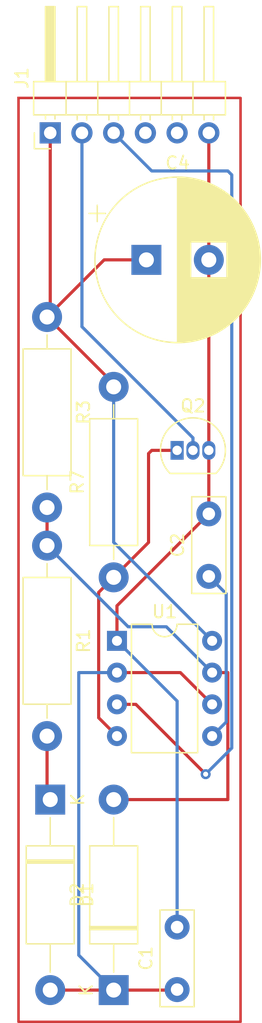
<source format=kicad_pcb>
(kicad_pcb (version 20221018) (generator pcbnew)
  (layers (0 "F.Cu" signal) (31 "B.Cu" signal) (34 "B.Paste" user) (35 "F.Paste" user) (36 "B.SilkS" user "B.Silkscreen") (37 "F.SilkS" user "F.Silkscreen") (38 "B.Mask" user) (39 "F.Mask" user) (44 "Edge.Cuts" user))
  (net 0 "")
  (footprint "Resistor_THT:R_Axial_DIN0411_L9.9mm_D3.6mm_P15.24mm_Horizontal" (layer "F.Cu") (at 48.006 66.802 90)
    (fp_text reference "R7" (at 7.62 -2.92 90) (layer "F.SilkS"))
    (fp_text value "10k")
    (fp_line (start 1.44 0) (end 2.55 0) (stroke (width 0.12)) (layer "F.SilkS"))
    (fp_line (start 2.55 -1.92) (end 2.55 1.92) (stroke (width 0.12)) (layer "F.SilkS"))
    (fp_line (start 2.55 1.92) (end 12.69 1.92) (stroke (width 0.12)) (layer "F.SilkS"))
    (fp_line (start 12.69 -1.92) (end 2.55 -1.92) (stroke (width 0.12)) (layer "F.SilkS"))
    (fp_line (start 12.69 1.92) (end 12.69 -1.92) (stroke (width 0.12)) (layer "F.SilkS"))
    (fp_line (start 13.8 0) (end 12.69 0) (stroke (width 0.12)) (layer "F.SilkS"))
    (pad "1" thru_hole circle (at 0 0 90) (size 2.4 2.4) (drill 1.2) (layers "*.Cu" "*.Mask"))
    (pad "2" thru_hole oval (at 15.24 0 90) (size 2.4 2.4) (drill 1.2) (layers "*.Cu" "*.Mask"))
  )
  (footprint "Package_DIP:DIP-8_W7.62mm" (layer "F.Cu") (at 48.27 71.882)
    (fp_text reference "U1" (at 3.81 -2.33) (layer "F.SilkS"))
    (fp_text value "NE555P")
    (fp_line (start 1.16 -1.33) (end 1.16 8.95) (stroke (width 0.12)) (layer "F.SilkS"))
    (fp_line (start 1.16 8.95) (end 6.46 8.95) (stroke (width 0.12)) (layer "F.SilkS"))
    (fp_line (start 2.81 -1.33) (end 1.16 -1.33) (stroke (width 0.12)) (layer "F.SilkS"))
    (fp_line (start 6.46 -1.33) (end 4.81 -1.33) (stroke (width 0.12)) (layer "F.SilkS"))
    (fp_line (start 6.46 8.95) (end 6.46 -1.33) (stroke (width 0.12)) (layer "F.SilkS"))
    (fp_arc (start 4.81 -1.33) (mid 3.81 -0.33) (end 2.81 -1.33) (stroke (width 0.12)) (layer "F.SilkS"))
    (pad "1" thru_hole rect (at 0 0) (size 1.6 1.6) (drill 0.8) (layers "*.Cu" "*.Mask"))
    (pad "2" thru_hole oval (at 0 2.54) (size 1.6 1.6) (drill 0.8) (layers "*.Cu" "*.Mask"))
    (pad "3" thru_hole oval (at 0 5.08) (size 1.6 1.6) (drill 0.8) (layers "*.Cu" "*.Mask"))
    (pad "4" thru_hole oval (at 0 7.62) (size 1.6 1.6) (drill 0.8) (layers "*.Cu" "*.Mask"))
    (pad "5" thru_hole oval (at 7.62 7.62) (size 1.6 1.6) (drill 0.8) (layers "*.Cu" "*.Mask"))
    (pad "6" thru_hole oval (at 7.62 5.08) (size 1.6 1.6) (drill 0.8) (layers "*.Cu" "*.Mask"))
    (pad "7" thru_hole oval (at 7.62 2.54) (size 1.6 1.6) (drill 0.8) (layers "*.Cu" "*.Mask"))
    (pad "8" thru_hole oval (at 7.62 0) (size 1.6 1.6) (drill 0.8) (layers "*.Cu" "*.Mask"))
  )
  (footprint "Capacitor_THT:C_Disc_D7.5mm_W2.5mm_P5.00mm" (layer "F.Cu") (at 53.086 99.782 90)
    (fp_text reference "C1" (at 2.5 -2.5 90) (layer "F.SilkS"))
    (fp_text value "10n")
    (fp_line (start -1.37 -1.37) (end -1.37 1.37) (stroke (width 0.12)) (layer "F.SilkS"))
    (fp_line (start -1.37 -1.37) (end 6.37 -1.37) (stroke (width 0.12)) (layer "F.SilkS"))
    (fp_line (start -1.37 1.37) (end 6.37 1.37) (stroke (width 0.12)) (layer "F.SilkS"))
    (fp_line (start 6.37 -1.37) (end 6.37 1.37) (stroke (width 0.12)) (layer "F.SilkS"))
    (pad "1" thru_hole circle (at 0 0 90) (size 2 2) (drill 1) (layers "*.Cu" "*.Mask"))
    (pad "2" thru_hole circle (at 5 0 90) (size 2 2) (drill 1) (layers "*.Cu" "*.Mask"))
  )
  (footprint "Diode_THT:D_DO-15_P15.24mm_Horizontal" (layer "F.Cu") (at 48.006 99.822 90)
    (fp_text reference "D2" (at 7.62 -2.92 90) (layer "F.SilkS"))
    (fp_text value "1N4148")
    (fp_text user "K" (at 0 -2.2 90) (layer "F.SilkS"))
    (fp_line (start 1.44 0) (end 3.7 0) (stroke (width 0.12)) (layer "F.SilkS"))
    (fp_line (start 3.7 -1.92) (end 3.7 1.92) (stroke (width 0.12)) (layer "F.SilkS"))
    (fp_line (start 3.7 1.92) (end 11.54 1.92) (stroke (width 0.12)) (layer "F.SilkS"))
    (fp_line (start 4.84 -1.92) (end 4.84 1.92) (stroke (width 0.12)) (layer "F.SilkS"))
    (fp_line (start 4.96 -1.92) (end 4.96 1.92) (stroke (width 0.12)) (layer "F.SilkS"))
    (fp_line (start 5.08 -1.92) (end 5.08 1.92) (stroke (width 0.12)) (layer "F.SilkS"))
    (fp_line (start 11.54 -1.92) (end 3.7 -1.92) (stroke (width 0.12)) (layer "F.SilkS"))
    (fp_line (start 11.54 1.92) (end 11.54 -1.92) (stroke (width 0.12)) (layer "F.SilkS"))
    (fp_line (start 13.8 0) (end 11.54 0) (stroke (width 0.12)) (layer "F.SilkS"))
    (pad "1" thru_hole rect (at 0 0 90) (size 2.4 2.4) (drill 1.2) (layers "*.Cu" "*.Mask"))
    (pad "2" thru_hole oval (at 15.24 0 90) (size 2.4 2.4) (drill 1.2) (layers "*.Cu" "*.Mask"))
  )
  (footprint "Capacitor_THT:C_Disc_D7.5mm_W2.5mm_P5.00mm" (layer "F.Cu") (at 55.626 66.722 90)
    (fp_text reference "C2" (at 2.5 -2.5 90) (layer "F.SilkS"))
    (fp_text value "10n")
    (fp_line (start -1.37 -1.37) (end -1.37 1.37) (stroke (width 0.12)) (layer "F.SilkS"))
    (fp_line (start -1.37 -1.37) (end 6.37 -1.37) (stroke (width 0.12)) (layer "F.SilkS"))
    (fp_line (start -1.37 1.37) (end 6.37 1.37) (stroke (width 0.12)) (layer "F.SilkS"))
    (fp_line (start 6.37 -1.37) (end 6.37 1.37) (stroke (width 0.12)) (layer "F.SilkS"))
    (pad "1" thru_hole circle (at 0 0 90) (size 2 2) (drill 1) (layers "*.Cu" "*.Mask"))
    (pad "2" thru_hole circle (at 5 0 90) (size 2 2) (drill 1) (layers "*.Cu" "*.Mask"))
  )
  (footprint "Capacitor_THT:CP_Radial_D13.0mm_P5.00mm" (layer "F.Cu") (at 50.626 41.402)
    (fp_text reference "C4" (at 2.5 -7.75) (layer "F.SilkS"))
    (fp_text value "47u")
    (fp_line (start -4.584569 -3.715) (end -3.284569 -3.715) (stroke (width 0.12)) (layer "F.SilkS"))
    (fp_line (start -3.934569 -4.365) (end -3.934569 -3.065) (stroke (width 0.12)) (layer "F.SilkS"))
    (fp_line (start 2.5 -6.58) (end 2.5 6.58) (stroke (width 0.12)) (layer "F.SilkS"))
    (fp_line (start 2.54 -6.58) (end 2.54 6.58) (stroke (width 0.12)) (layer "F.SilkS"))
    (fp_line (start 2.58 -6.58) (end 2.58 6.58) (stroke (width 0.12)) (layer "F.SilkS"))
    (fp_line (start 2.62 -6.579) (end 2.62 6.579) (stroke (width 0.12)) (layer "F.SilkS"))
    (fp_line (start 2.66 -6.579) (end 2.66 6.579) (stroke (width 0.12)) (layer "F.SilkS"))
    (fp_line (start 2.7 -6.577) (end 2.7 6.577) (stroke (width 0.12)) (layer "F.SilkS"))
    (fp_line (start 2.74 -6.576) (end 2.74 6.576) (stroke (width 0.12)) (layer "F.SilkS"))
    (fp_line (start 2.78 -6.575) (end 2.78 6.575) (stroke (width 0.12)) (layer "F.SilkS"))
    (fp_line (start 2.82 -6.573) (end 2.82 6.573) (stroke (width 0.12)) (layer "F.SilkS"))
    (fp_line (start 2.86 -6.571) (end 2.86 6.571) (stroke (width 0.12)) (layer "F.SilkS"))
    (fp_line (start 2.9 -6.568) (end 2.9 6.568) (stroke (width 0.12)) (layer "F.SilkS"))
    (fp_line (start 2.94 -6.566) (end 2.94 6.566) (stroke (width 0.12)) (layer "F.SilkS"))
    (fp_line (start 2.98 -6.563) (end 2.98 6.563) (stroke (width 0.12)) (layer "F.SilkS"))
    (fp_line (start 3.02 -6.56) (end 3.02 6.56) (stroke (width 0.12)) (layer "F.SilkS"))
    (fp_line (start 3.06 -6.557) (end 3.06 6.557) (stroke (width 0.12)) (layer "F.SilkS"))
    (fp_line (start 3.1 -6.553) (end 3.1 6.553) (stroke (width 0.12)) (layer "F.SilkS"))
    (fp_line (start 3.14 -6.549) (end 3.14 6.549) (stroke (width 0.12)) (layer "F.SilkS"))
    (fp_line (start 3.18 -6.545) (end 3.18 6.545) (stroke (width 0.12)) (layer "F.SilkS"))
    (fp_line (start 3.221 -6.541) (end 3.221 6.541) (stroke (width 0.12)) (layer "F.SilkS"))
    (fp_line (start 3.261 -6.537) (end 3.261 6.537) (stroke (width 0.12)) (layer "F.SilkS"))
    (fp_line (start 3.301 -6.532) (end 3.301 6.532) (stroke (width 0.12)) (layer "F.SilkS"))
    (fp_line (start 3.341 -6.527) (end 3.341 6.527) (stroke (width 0.12)) (layer "F.SilkS"))
    (fp_line (start 3.381 -6.522) (end 3.381 6.522) (stroke (width 0.12)) (layer "F.SilkS"))
    (fp_line (start 3.421 -6.516) (end 3.421 6.516) (stroke (width 0.12)) (layer "F.SilkS"))
    (fp_line (start 3.461 -6.511) (end 3.461 6.511) (stroke (width 0.12)) (layer "F.SilkS"))
    (fp_line (start 3.501 -6.505) (end 3.501 6.505) (stroke (width 0.12)) (layer "F.SilkS"))
    (fp_line (start 3.541 -6.498) (end 3.541 6.498) (stroke (width 0.12)) (layer "F.SilkS"))
    (fp_line (start 3.581 -6.492) (end 3.581 -1.44) (stroke (width 0.12)) (layer "F.SilkS"))
    (fp_line (start 3.581 1.44) (end 3.581 6.492) (stroke (width 0.12)) (layer "F.SilkS"))
    (fp_line (start 3.621 -6.485) (end 3.621 -1.44) (stroke (width 0.12)) (layer "F.SilkS"))
    (fp_line (start 3.621 1.44) (end 3.621 6.485) (stroke (width 0.12)) (layer "F.SilkS"))
    (fp_line (start 3.661 -6.478) (end 3.661 -1.44) (stroke (width 0.12)) (layer "F.SilkS"))
    (fp_line (start 3.661 1.44) (end 3.661 6.478) (stroke (width 0.12)) (layer "F.SilkS"))
    (fp_line (start 3.701 -6.471) (end 3.701 -1.44) (stroke (width 0.12)) (layer "F.SilkS"))
    (fp_line (start 3.701 1.44) (end 3.701 6.471) (stroke (width 0.12)) (layer "F.SilkS"))
    (fp_line (start 3.741 -6.463) (end 3.741 -1.44) (stroke (width 0.12)) (layer "F.SilkS"))
    (fp_line (start 3.741 1.44) (end 3.741 6.463) (stroke (width 0.12)) (layer "F.SilkS"))
    (fp_line (start 3.781 -6.456) (end 3.781 -1.44) (stroke (width 0.12)) (layer "F.SilkS"))
    (fp_line (start 3.781 1.44) (end 3.781 6.456) (stroke (width 0.12)) (layer "F.SilkS"))
    (fp_line (start 3.821 -6.448) (end 3.821 -1.44) (stroke (width 0.12)) (layer "F.SilkS"))
    (fp_line (start 3.821 1.44) (end 3.821 6.448) (stroke (width 0.12)) (layer "F.SilkS"))
    (fp_line (start 3.861 -6.439) (end 3.861 -1.44) (stroke (width 0.12)) (layer "F.SilkS"))
    (fp_line (start 3.861 1.44) (end 3.861 6.439) (stroke (width 0.12)) (layer "F.SilkS"))
    (fp_line (start 3.901 -6.431) (end 3.901 -1.44) (stroke (width 0.12)) (layer "F.SilkS"))
    (fp_line (start 3.901 1.44) (end 3.901 6.431) (stroke (width 0.12)) (layer "F.SilkS"))
    (fp_line (start 3.941 -6.422) (end 3.941 -1.44) (stroke (width 0.12)) (layer "F.SilkS"))
    (fp_line (start 3.941 1.44) (end 3.941 6.422) (stroke (width 0.12)) (layer "F.SilkS"))
    (fp_line (start 3.981 -6.413) (end 3.981 -1.44) (stroke (width 0.12)) (layer "F.SilkS"))
    (fp_line (start 3.981 1.44) (end 3.981 6.413) (stroke (width 0.12)) (layer "F.SilkS"))
    (fp_line (start 4.021 -6.404) (end 4.021 -1.44) (stroke (width 0.12)) (layer "F.SilkS"))
    (fp_line (start 4.021 1.44) (end 4.021 6.404) (stroke (width 0.12)) (layer "F.SilkS"))
    (fp_line (start 4.061 -6.394) (end 4.061 -1.44) (stroke (width 0.12)) (layer "F.SilkS"))
    (fp_line (start 4.061 1.44) (end 4.061 6.394) (stroke (width 0.12)) (layer "F.SilkS"))
    (fp_line (start 4.101 -6.384) (end 4.101 -1.44) (stroke (width 0.12)) (layer "F.SilkS"))
    (fp_line (start 4.101 1.44) (end 4.101 6.384) (stroke (width 0.12)) (layer "F.SilkS"))
    (fp_line (start 4.141 -6.374) (end 4.141 -1.44) (stroke (width 0.12)) (layer "F.SilkS"))
    (fp_line (start 4.141 1.44) (end 4.141 6.374) (stroke (width 0.12)) (layer "F.SilkS"))
    (fp_line (start 4.181 -6.364) (end 4.181 -1.44) (stroke (width 0.12)) (layer "F.SilkS"))
    (fp_line (start 4.181 1.44) (end 4.181 6.364) (stroke (width 0.12)) (layer "F.SilkS"))
    (fp_line (start 4.221 -6.353) (end 4.221 -1.44) (stroke (width 0.12)) (layer "F.SilkS"))
    (fp_line (start 4.221 1.44) (end 4.221 6.353) (stroke (width 0.12)) (layer "F.SilkS"))
    (fp_line (start 4.261 -6.342) (end 4.261 -1.44) (stroke (width 0.12)) (layer "F.SilkS"))
    (fp_line (start 4.261 1.44) (end 4.261 6.342) (stroke (width 0.12)) (layer "F.SilkS"))
    (fp_line (start 4.301 -6.331) (end 4.301 -1.44) (stroke (width 0.12)) (layer "F.SilkS"))
    (fp_line (start 4.301 1.44) (end 4.301 6.331) (stroke (width 0.12)) (layer "F.SilkS"))
    (fp_line (start 4.341 -6.32) (end 4.341 -1.44) (stroke (width 0.12)) (layer "F.SilkS"))
    (fp_line (start 4.341 1.44) (end 4.341 6.32) (stroke (width 0.12)) (layer "F.SilkS"))
    (fp_line (start 4.381 -6.308) (end 4.381 -1.44) (stroke (width 0.12)) (layer "F.SilkS"))
    (fp_line (start 4.381 1.44) (end 4.381 6.308) (stroke (width 0.12)) (layer "F.SilkS"))
    (fp_line (start 4.421 -6.296) (end 4.421 -1.44) (stroke (width 0.12)) (layer "F.SilkS"))
    (fp_line (start 4.421 1.44) (end 4.421 6.296) (stroke (width 0.12)) (layer "F.SilkS"))
    (fp_line (start 4.461 -6.284) (end 4.461 -1.44) (stroke (width 0.12)) (layer "F.SilkS"))
    (fp_line (start 4.461 1.44) (end 4.461 6.284) (stroke (width 0.12)) (layer "F.SilkS"))
    (fp_line (start 4.501 -6.271) (end 4.501 -1.44) (stroke (width 0.12)) (layer "F.SilkS"))
    (fp_line (start 4.501 1.44) (end 4.501 6.271) (stroke (width 0.12)) (layer "F.SilkS"))
    (fp_line (start 4.541 -6.258) (end 4.541 -1.44) (stroke (width 0.12)) (layer "F.SilkS"))
    (fp_line (start 4.541 1.44) (end 4.541 6.258) (stroke (width 0.12)) (layer "F.SilkS"))
    (fp_line (start 4.581 -6.245) (end 4.581 -1.44) (stroke (width 0.12)) (layer "F.SilkS"))
    (fp_line (start 4.581 1.44) (end 4.581 6.245) (stroke (width 0.12)) (layer "F.SilkS"))
    (fp_line (start 4.621 -6.232) (end 4.621 -1.44) (stroke (width 0.12)) (layer "F.SilkS"))
    (fp_line (start 4.621 1.44) (end 4.621 6.232) (stroke (width 0.12)) (layer "F.SilkS"))
    (fp_line (start 4.661 -6.218) (end 4.661 -1.44) (stroke (width 0.12)) (layer "F.SilkS"))
    (fp_line (start 4.661 1.44) (end 4.661 6.218) (stroke (width 0.12)) (layer "F.SilkS"))
    (fp_line (start 4.701 -6.204) (end 4.701 -1.44) (stroke (width 0.12)) (layer "F.SilkS"))
    (fp_line (start 4.701 1.44) (end 4.701 6.204) (stroke (width 0.12)) (layer "F.SilkS"))
    (fp_line (start 4.741 -6.19) (end 4.741 -1.44) (stroke (width 0.12)) (layer "F.SilkS"))
    (fp_line (start 4.741 1.44) (end 4.741 6.19) (stroke (width 0.12)) (layer "F.SilkS"))
    (fp_line (start 4.781 -6.175) (end 4.781 -1.44) (stroke (width 0.12)) (layer "F.SilkS"))
    (fp_line (start 4.781 1.44) (end 4.781 6.175) (stroke (width 0.12)) (layer "F.SilkS"))
    (fp_line (start 4.821 -6.161) (end 4.821 -1.44) (stroke (width 0.12)) (layer "F.SilkS"))
    (fp_line (start 4.821 1.44) (end 4.821 6.161) (stroke (width 0.12)) (layer "F.SilkS"))
    (fp_line (start 4.861 -6.146) (end 4.861 -1.44) (stroke (width 0.12)) (layer "F.SilkS"))
    (fp_line (start 4.861 1.44) (end 4.861 6.146) (stroke (width 0.12)) (layer "F.SilkS"))
    (fp_line (start 4.901 -6.13) (end 4.901 -1.44) (stroke (width 0.12)) (layer "F.SilkS"))
    (fp_line (start 4.901 1.44) (end 4.901 6.13) (stroke (width 0.12)) (layer "F.SilkS"))
    (fp_line (start 4.941 -6.114) (end 4.941 -1.44) (stroke (width 0.12)) (layer "F.SilkS"))
    (fp_line (start 4.941 1.44) (end 4.941 6.114) (stroke (width 0.12)) (layer "F.SilkS"))
    (fp_line (start 4.981 -6.098) (end 4.981 -1.44) (stroke (width 0.12)) (layer "F.SilkS"))
    (fp_line (start 4.981 1.44) (end 4.981 6.098) (stroke (width 0.12)) (layer "F.SilkS"))
    (fp_line (start 5.021 -6.082) (end 5.021 -1.44) (stroke (width 0.12)) (layer "F.SilkS"))
    (fp_line (start 5.021 1.44) (end 5.021 6.082) (stroke (width 0.12)) (layer "F.SilkS"))
    (fp_line (start 5.061 -6.065) (end 5.061 -1.44) (stroke (width 0.12)) (layer "F.SilkS"))
    (fp_line (start 5.061 1.44) (end 5.061 6.065) (stroke (width 0.12)) (layer "F.SilkS"))
    (fp_line (start 5.101 -6.049) (end 5.101 -1.44) (stroke (width 0.12)) (layer "F.SilkS"))
    (fp_line (start 5.101 1.44) (end 5.101 6.049) (stroke (width 0.12)) (layer "F.SilkS"))
    (fp_line (start 5.141 -6.031) (end 5.141 -1.44) (stroke (width 0.12)) (layer "F.SilkS"))
    (fp_line (start 5.141 1.44) (end 5.141 6.031) (stroke (width 0.12)) (layer "F.SilkS"))
    (fp_line (start 5.181 -6.014) (end 5.181 -1.44) (stroke (width 0.12)) (layer "F.SilkS"))
    (fp_line (start 5.181 1.44) (end 5.181 6.014) (stroke (width 0.12)) (layer "F.SilkS"))
    (fp_line (start 5.221 -5.996) (end 5.221 -1.44) (stroke (width 0.12)) (layer "F.SilkS"))
    (fp_line (start 5.221 1.44) (end 5.221 5.996) (stroke (width 0.12)) (layer "F.SilkS"))
    (fp_line (start 5.261 -5.978) (end 5.261 -1.44) (stroke (width 0.12)) (layer "F.SilkS"))
    (fp_line (start 5.261 1.44) (end 5.261 5.978) (stroke (width 0.12)) (layer "F.SilkS"))
    (fp_line (start 5.301 -5.959) (end 5.301 -1.44) (stroke (width 0.12)) (layer "F.SilkS"))
    (fp_line (start 5.301 1.44) (end 5.301 5.959) (stroke (width 0.12)) (layer "F.SilkS"))
    (fp_line (start 5.341 -5.94) (end 5.341 -1.44) (stroke (width 0.12)) (layer "F.SilkS"))
    (fp_line (start 5.341 1.44) (end 5.341 5.94) (stroke (width 0.12)) (layer "F.SilkS"))
    (fp_line (start 5.381 -5.921) (end 5.381 -1.44) (stroke (width 0.12)) (layer "F.SilkS"))
    (fp_line (start 5.381 1.44) (end 5.381 5.921) (stroke (width 0.12)) (layer "F.SilkS"))
    (fp_line (start 5.421 -5.902) (end 5.421 -1.44) (stroke (width 0.12)) (layer "F.SilkS"))
    (fp_line (start 5.421 1.44) (end 5.421 5.902) (stroke (width 0.12)) (layer "F.SilkS"))
    (fp_line (start 5.461 -5.882) (end 5.461 -1.44) (stroke (width 0.12)) (layer "F.SilkS"))
    (fp_line (start 5.461 1.44) (end 5.461 5.882) (stroke (width 0.12)) (layer "F.SilkS"))
    (fp_line (start 5.501 -5.862) (end 5.501 -1.44) (stroke (width 0.12)) (layer "F.SilkS"))
    (fp_line (start 5.501 1.44) (end 5.501 5.862) (stroke (width 0.12)) (layer "F.SilkS"))
    (fp_line (start 5.541 -5.841) (end 5.541 -1.44) (stroke (width 0.12)) (layer "F.SilkS"))
    (fp_line (start 5.541 1.44) (end 5.541 5.841) (stroke (width 0.12)) (layer "F.SilkS"))
    (fp_line (start 5.581 -5.82) (end 5.581 -1.44) (stroke (width 0.12)) (layer "F.SilkS"))
    (fp_line (start 5.581 1.44) (end 5.581 5.82) (stroke (width 0.12)) (layer "F.SilkS"))
    (fp_line (start 5.621 -5.799) (end 5.621 -1.44) (stroke (width 0.12)) (layer "F.SilkS"))
    (fp_line (start 5.621 1.44) (end 5.621 5.799) (stroke (width 0.12)) (layer "F.SilkS"))
    (fp_line (start 5.661 -5.778) (end 5.661 -1.44) (stroke (width 0.12)) (layer "F.SilkS"))
    (fp_line (start 5.661 1.44) (end 5.661 5.778) (stroke (width 0.12)) (layer "F.SilkS"))
    (fp_line (start 5.701 -5.756) (end 5.701 -1.44) (stroke (width 0.12)) (layer "F.SilkS"))
    (fp_line (start 5.701 1.44) (end 5.701 5.756) (stroke (width 0.12)) (layer "F.SilkS"))
    (fp_line (start 5.741 -5.733) (end 5.741 -1.44) (stroke (width 0.12)) (layer "F.SilkS"))
    (fp_line (start 5.741 1.44) (end 5.741 5.733) (stroke (width 0.12)) (layer "F.SilkS"))
    (fp_line (start 5.781 -5.711) (end 5.781 -1.44) (stroke (width 0.12)) (layer "F.SilkS"))
    (fp_line (start 5.781 1.44) (end 5.781 5.711) (stroke (width 0.12)) (layer "F.SilkS"))
    (fp_line (start 5.821 -5.688) (end 5.821 -1.44) (stroke (width 0.12)) (layer "F.SilkS"))
    (fp_line (start 5.821 1.44) (end 5.821 5.688) (stroke (width 0.12)) (layer "F.SilkS"))
    (fp_line (start 5.861 -5.664) (end 5.861 -1.44) (stroke (width 0.12)) (layer "F.SilkS"))
    (fp_line (start 5.861 1.44) (end 5.861 5.664) (stroke (width 0.12)) (layer "F.SilkS"))
    (fp_line (start 5.901 -5.641) (end 5.901 -1.44) (stroke (width 0.12)) (layer "F.SilkS"))
    (fp_line (start 5.901 1.44) (end 5.901 5.641) (stroke (width 0.12)) (layer "F.SilkS"))
    (fp_line (start 5.941 -5.617) (end 5.941 -1.44) (stroke (width 0.12)) (layer "F.SilkS"))
    (fp_line (start 5.941 1.44) (end 5.941 5.617) (stroke (width 0.12)) (layer "F.SilkS"))
    (fp_line (start 5.981 -5.592) (end 5.981 -1.44) (stroke (width 0.12)) (layer "F.SilkS"))
    (fp_line (start 5.981 1.44) (end 5.981 5.592) (stroke (width 0.12)) (layer "F.SilkS"))
    (fp_line (start 6.021 -5.567) (end 6.021 -1.44) (stroke (width 0.12)) (layer "F.SilkS"))
    (fp_line (start 6.021 1.44) (end 6.021 5.567) (stroke (width 0.12)) (layer "F.SilkS"))
    (fp_line (start 6.061 -5.542) (end 6.061 -1.44) (stroke (width 0.12)) (layer "F.SilkS"))
    (fp_line (start 6.061 1.44) (end 6.061 5.542) (stroke (width 0.12)) (layer "F.SilkS"))
    (fp_line (start 6.101 -5.516) (end 6.101 -1.44) (stroke (width 0.12)) (layer "F.SilkS"))
    (fp_line (start 6.101 1.44) (end 6.101 5.516) (stroke (width 0.12)) (layer "F.SilkS"))
    (fp_line (start 6.141 -5.49) (end 6.141 -1.44) (stroke (width 0.12)) (layer "F.SilkS"))
    (fp_line (start 6.141 1.44) (end 6.141 5.49) (stroke (width 0.12)) (layer "F.SilkS"))
    (fp_line (start 6.181 -5.463) (end 6.181 -1.44) (stroke (width 0.12)) (layer "F.SilkS"))
    (fp_line (start 6.181 1.44) (end 6.181 5.463) (stroke (width 0.12)) (layer "F.SilkS"))
    (fp_line (start 6.221 -5.436) (end 6.221 -1.44) (stroke (width 0.12)) (layer "F.SilkS"))
    (fp_line (start 6.221 1.44) (end 6.221 5.436) (stroke (width 0.12)) (layer "F.SilkS"))
    (fp_line (start 6.261 -5.409) (end 6.261 -1.44) (stroke (width 0.12)) (layer "F.SilkS"))
    (fp_line (start 6.261 1.44) (end 6.261 5.409) (stroke (width 0.12)) (layer "F.SilkS"))
    (fp_line (start 6.301 -5.381) (end 6.301 -1.44) (stroke (width 0.12)) (layer "F.SilkS"))
    (fp_line (start 6.301 1.44) (end 6.301 5.381) (stroke (width 0.12)) (layer "F.SilkS"))
    (fp_line (start 6.341 -5.353) (end 6.341 -1.44) (stroke (width 0.12)) (layer "F.SilkS"))
    (fp_line (start 6.341 1.44) (end 6.341 5.353) (stroke (width 0.12)) (layer "F.SilkS"))
    (fp_line (start 6.381 -5.324) (end 6.381 -1.44) (stroke (width 0.12)) (layer "F.SilkS"))
    (fp_line (start 6.381 1.44) (end 6.381 5.324) (stroke (width 0.12)) (layer "F.SilkS"))
    (fp_line (start 6.421 -5.295) (end 6.421 -1.44) (stroke (width 0.12)) (layer "F.SilkS"))
    (fp_line (start 6.421 1.44) (end 6.421 5.295) (stroke (width 0.12)) (layer "F.SilkS"))
    (fp_line (start 6.461 -5.265) (end 6.461 5.265) (stroke (width 0.12)) (layer "F.SilkS"))
    (fp_line (start 6.501 -5.235) (end 6.501 5.235) (stroke (width 0.12)) (layer "F.SilkS"))
    (fp_line (start 6.541 -5.205) (end 6.541 5.205) (stroke (width 0.12)) (layer "F.SilkS"))
    (fp_line (start 6.581 -5.174) (end 6.581 5.174) (stroke (width 0.12)) (layer "F.SilkS"))
    (fp_line (start 6.621 -5.142) (end 6.621 5.142) (stroke (width 0.12)) (layer "F.SilkS"))
    (fp_line (start 6.661 -5.11) (end 6.661 5.11) (stroke (width 0.12)) (layer "F.SilkS"))
    (fp_line (start 6.701 -5.078) (end 6.701 5.078) (stroke (width 0.12)) (layer "F.SilkS"))
    (fp_line (start 6.741 -5.044) (end 6.741 5.044) (stroke (width 0.12)) (layer "F.SilkS"))
    (fp_line (start 6.781 -5.011) (end 6.781 5.011) (stroke (width 0.12)) (layer "F.SilkS"))
    (fp_line (start 6.821 -4.977) (end 6.821 4.977) (stroke (width 0.12)) (layer "F.SilkS"))
    (fp_line (start 6.861 -4.942) (end 6.861 4.942) (stroke (width 0.12)) (layer "F.SilkS"))
    (fp_line (start 6.901 -4.907) (end 6.901 4.907) (stroke (width 0.12)) (layer "F.SilkS"))
    (fp_line (start 6.941 -4.871) (end 6.941 4.871) (stroke (width 0.12)) (layer "F.SilkS"))
    (fp_line (start 6.981 -4.834) (end 6.981 4.834) (stroke (width 0.12)) (layer "F.SilkS"))
    (fp_line (start 7.021 -4.797) (end 7.021 4.797) (stroke (width 0.12)) (layer "F.SilkS"))
    (fp_line (start 7.061 -4.76) (end 7.061 4.76) (stroke (width 0.12)) (layer "F.SilkS"))
    (fp_line (start 7.101 -4.721) (end 7.101 4.721) (stroke (width 0.12)) (layer "F.SilkS"))
    (fp_line (start 7.141 -4.682) (end 7.141 4.682) (stroke (width 0.12)) (layer "F.SilkS"))
    (fp_line (start 7.181 -4.643) (end 7.181 4.643) (stroke (width 0.12)) (layer "F.SilkS"))
    (fp_line (start 7.221 -4.602) (end 7.221 4.602) (stroke (width 0.12)) (layer "F.SilkS"))
    (fp_line (start 7.261 -4.561) (end 7.261 4.561) (stroke (width 0.12)) (layer "F.SilkS"))
    (fp_line (start 7.301 -4.519) (end 7.301 4.519) (stroke (width 0.12)) (layer "F.SilkS"))
    (fp_line (start 7.341 -4.477) (end 7.341 4.477) (stroke (width 0.12)) (layer "F.SilkS"))
    (fp_line (start 7.381 -4.434) (end 7.381 4.434) (stroke (width 0.12)) (layer "F.SilkS"))
    (fp_line (start 7.421 -4.39) (end 7.421 4.39) (stroke (width 0.12)) (layer "F.SilkS"))
    (fp_line (start 7.461 -4.345) (end 7.461 4.345) (stroke (width 0.12)) (layer "F.SilkS"))
    (fp_line (start 7.501 -4.299) (end 7.501 4.299) (stroke (width 0.12)) (layer "F.SilkS"))
    (fp_line (start 7.541 -4.253) (end 7.541 4.253) (stroke (width 0.12)) (layer "F.SilkS"))
    (fp_line (start 7.581 -4.205) (end 7.581 4.205) (stroke (width 0.12)) (layer "F.SilkS"))
    (fp_line (start 7.621 -4.157) (end 7.621 4.157) (stroke (width 0.12)) (layer "F.SilkS"))
    (fp_line (start 7.661 -4.108) (end 7.661 4.108) (stroke (width 0.12)) (layer "F.SilkS"))
    (fp_line (start 7.701 -4.057) (end 7.701 4.057) (stroke (width 0.12)) (layer "F.SilkS"))
    (fp_line (start 7.741 -4.006) (end 7.741 4.006) (stroke (width 0.12)) (layer "F.SilkS"))
    (fp_line (start 7.781 -3.954) (end 7.781 3.954) (stroke (width 0.12)) (layer "F.SilkS"))
    (fp_line (start 7.821 -3.9) (end 7.821 3.9) (stroke (width 0.12)) (layer "F.SilkS"))
    (fp_line (start 7.861 -3.846) (end 7.861 3.846) (stroke (width 0.12)) (layer "F.SilkS"))
    (fp_line (start 7.901 -3.79) (end 7.901 3.79) (stroke (width 0.12)) (layer "F.SilkS"))
    (fp_line (start 7.941 -3.733) (end 7.941 3.733) (stroke (width 0.12)) (layer "F.SilkS"))
    (fp_line (start 7.981 -3.675) (end 7.981 3.675) (stroke (width 0.12)) (layer "F.SilkS"))
    (fp_line (start 8.021 -3.615) (end 8.021 3.615) (stroke (width 0.12)) (layer "F.SilkS"))
    (fp_line (start 8.061 -3.554) (end 8.061 3.554) (stroke (width 0.12)) (layer "F.SilkS"))
    (fp_line (start 8.101 -3.491) (end 8.101 3.491) (stroke (width 0.12)) (layer "F.SilkS"))
    (fp_line (start 8.141 -3.427) (end 8.141 3.427) (stroke (width 0.12)) (layer "F.SilkS"))
    (fp_line (start 8.181 -3.361) (end 8.181 3.361) (stroke (width 0.12)) (layer "F.SilkS"))
    (fp_line (start 8.221 -3.293) (end 8.221 3.293) (stroke (width 0.12)) (layer "F.SilkS"))
    (fp_line (start 8.261 -3.223) (end 8.261 3.223) (stroke (width 0.12)) (layer "F.SilkS"))
    (fp_line (start 8.301 -3.152) (end 8.301 3.152) (stroke (width 0.12)) (layer "F.SilkS"))
    (fp_line (start 8.341 -3.078) (end 8.341 3.078) (stroke (width 0.12)) (layer "F.SilkS"))
    (fp_line (start 8.381 -3.002) (end 8.381 3.002) (stroke (width 0.12)) (layer "F.SilkS"))
    (fp_line (start 8.421 -2.923) (end 8.421 2.923) (stroke (width 0.12)) (layer "F.SilkS"))
    (fp_line (start 8.461 -2.842) (end 8.461 2.842) (stroke (width 0.12)) (layer "F.SilkS"))
    (fp_line (start 8.501 -2.758) (end 8.501 2.758) (stroke (width 0.12)) (layer "F.SilkS"))
    (fp_line (start 8.541 -2.67) (end 8.541 2.67) (stroke (width 0.12)) (layer "F.SilkS"))
    (fp_line (start 8.581 -2.579) (end 8.581 2.579) (stroke (width 0.12)) (layer "F.SilkS"))
    (fp_line (start 8.621 -2.484) (end 8.621 2.484) (stroke (width 0.12)) (layer "F.SilkS"))
    (fp_line (start 8.661 -2.385) (end 8.661 2.385) (stroke (width 0.12)) (layer "F.SilkS"))
    (fp_line (start 8.701 -2.281) (end 8.701 2.281) (stroke (width 0.12)) (layer "F.SilkS"))
    (fp_line (start 8.741 -2.171) (end 8.741 2.171) (stroke (width 0.12)) (layer "F.SilkS"))
    (fp_line (start 8.781 -2.055) (end 8.781 2.055) (stroke (width 0.12)) (layer "F.SilkS"))
    (fp_line (start 8.821 -1.931) (end 8.821 1.931) (stroke (width 0.12)) (layer "F.SilkS"))
    (fp_line (start 8.861 -1.798) (end 8.861 1.798) (stroke (width 0.12)) (layer "F.SilkS"))
    (fp_line (start 8.901 -1.653) (end 8.901 1.653) (stroke (width 0.12)) (layer "F.SilkS"))
    (fp_line (start 8.941 -1.494) (end 8.941 1.494) (stroke (width 0.12)) (layer "F.SilkS"))
    (fp_line (start 8.981 -1.315) (end 8.981 1.315) (stroke (width 0.12)) (layer "F.SilkS"))
    (fp_line (start 9.021 -1.107) (end 9.021 1.107) (stroke (width 0.12)) (layer "F.SilkS"))
    (fp_line (start 9.061 -0.85) (end 9.061 0.85) (stroke (width 0.12)) (layer "F.SilkS"))
    (fp_line (start 9.101 -0.475) (end 9.101 0.475) (stroke (width 0.12)) (layer "F.SilkS"))
    (fp_circle (center 2.5 0) (end 9.12 0) (stroke (width 0.12)) (fill none) (layer "F.SilkS"))
    (pad "1" thru_hole rect (at 0 0) (size 2.4 2.4) (drill 1.2) (layers "*.Cu" "*.Mask"))
    (pad "2" thru_hole circle (at 5 0) (size 2.4 2.4) (drill 1.2) (layers "*.Cu" "*.Mask"))
  )
  (footprint "Connector_PinHeader_2.54mm:PinHeader_1x06_P2.54mm_Horizontal" (layer "F.Cu") (at 42.926 31.242 90)
    (fp_text reference "J1" (at 4.385 -2.27 90) (layer "F.SilkS"))
    (fp_text value "Conn_01x06_Pin")
    (fp_line (start -1.27 -1.27) (end 0 -1.27) (stroke (width 0.12)) (layer "F.SilkS"))
    (fp_line (start -1.27 0) (end -1.27 -1.27) (stroke (width 0.12)) (layer "F.SilkS"))
    (fp_line (start 1.042929 2.16) (end 1.44 2.16) (stroke (width 0.12)) (layer "F.SilkS"))
    (fp_line (start 1.042929 2.92) (end 1.44 2.92) (stroke (width 0.12)) (layer "F.SilkS"))
    (fp_line (start 1.042929 4.7) (end 1.44 4.7) (stroke (width 0.12)) (layer "F.SilkS"))
    (fp_line (start 1.042929 5.46) (end 1.44 5.46) (stroke (width 0.12)) (layer "F.SilkS"))
    (fp_line (start 1.042929 7.24) (end 1.44 7.24) (stroke (width 0.12)) (layer "F.SilkS"))
    (fp_line (start 1.042929 8) (end 1.44 8) (stroke (width 0.12)) (layer "F.SilkS"))
    (fp_line (start 1.042929 9.78) (end 1.44 9.78) (stroke (width 0.12)) (layer "F.SilkS"))
    (fp_line (start 1.042929 10.54) (end 1.44 10.54) (stroke (width 0.12)) (layer "F.SilkS"))
    (fp_line (start 1.042929 12.32) (end 1.44 12.32) (stroke (width 0.12)) (layer "F.SilkS"))
    (fp_line (start 1.042929 13.08) (end 1.44 13.08) (stroke (width 0.12)) (layer "F.SilkS"))
    (fp_line (start 1.11 -0.38) (end 1.44 -0.38) (stroke (width 0.12)) (layer "F.SilkS"))
    (fp_line (start 1.11 0.38) (end 1.44 0.38) (stroke (width 0.12)) (layer "F.SilkS"))
    (fp_line (start 1.44 -1.33) (end 1.44 14.03) (stroke (width 0.12)) (layer "F.SilkS"))
    (fp_line (start 1.44 1.27) (end 4.1 1.27) (stroke (width 0.12)) (layer "F.SilkS"))
    (fp_line (start 1.44 3.81) (end 4.1 3.81) (stroke (width 0.12)) (layer "F.SilkS"))
    (fp_line (start 1.44 6.35) (end 4.1 6.35) (stroke (width 0.12)) (layer "F.SilkS"))
    (fp_line (start 1.44 8.89) (end 4.1 8.89) (stroke (width 0.12)) (layer "F.SilkS"))
    (fp_line (start 1.44 11.43) (end 4.1 11.43) (stroke (width 0.12)) (layer "F.SilkS"))
    (fp_line (start 1.44 14.03) (end 4.1 14.03) (stroke (width 0.12)) (layer "F.SilkS"))
    (fp_line (start 4.1 -1.33) (end 1.44 -1.33) (stroke (width 0.12)) (layer "F.SilkS"))
    (fp_line (start 4.1 -0.38) (end 10.1 -0.38) (stroke (width 0.12)) (layer "F.SilkS"))
    (fp_line (start 4.1 -0.32) (end 10.1 -0.32) (stroke (width 0.12)) (layer "F.SilkS"))
    (fp_line (start 4.1 -0.2) (end 10.1 -0.2) (stroke (width 0.12)) (layer "F.SilkS"))
    (fp_line (start 4.1 -0.08) (end 10.1 -0.08) (stroke (width 0.12)) (layer "F.SilkS"))
    (fp_line (start 4.1 0.04) (end 10.1 0.04) (stroke (width 0.12)) (layer "F.SilkS"))
    (fp_line (start 4.1 0.16) (end 10.1 0.16) (stroke (width 0.12)) (layer "F.SilkS"))
    (fp_line (start 4.1 0.28) (end 10.1 0.28) (stroke (width 0.12)) (layer "F.SilkS"))
    (fp_line (start 4.1 2.16) (end 10.1 2.16) (stroke (width 0.12)) (layer "F.SilkS"))
    (fp_line (start 4.1 4.7) (end 10.1 4.7) (stroke (width 0.12)) (layer "F.SilkS"))
    (fp_line (start 4.1 7.24) (end 10.1 7.24) (stroke (width 0.12)) (layer "F.SilkS"))
    (fp_line (start 4.1 9.78) (end 10.1 9.78) (stroke (width 0.12)) (layer "F.SilkS"))
    (fp_line (start 4.1 12.32) (end 10.1 12.32) (stroke (width 0.12)) (layer "F.SilkS"))
    (fp_line (start 4.1 14.03) (end 4.1 -1.33) (stroke (width 0.12)) (layer "F.SilkS"))
    (fp_line (start 10.1 -0.38) (end 10.1 0.38) (stroke (width 0.12)) (layer "F.SilkS"))
    (fp_line (start 10.1 0.38) (end 4.1 0.38) (stroke (width 0.12)) (layer "F.SilkS"))
    (fp_line (start 10.1 2.16) (end 10.1 2.92) (stroke (width 0.12)) (layer "F.SilkS"))
    (fp_line (start 10.1 2.92) (end 4.1 2.92) (stroke (width 0.12)) (layer "F.SilkS"))
    (fp_line (start 10.1 4.7) (end 10.1 5.46) (stroke (width 0.12)) (layer "F.SilkS"))
    (fp_line (start 10.1 5.46) (end 4.1 5.46) (stroke (width 0.12)) (layer "F.SilkS"))
    (fp_line (start 10.1 7.24) (end 10.1 8) (stroke (width 0.12)) (layer "F.SilkS"))
    (fp_line (start 10.1 8) (end 4.1 8) (stroke (width 0.12)) (layer "F.SilkS"))
    (fp_line (start 10.1 9.78) (end 10.1 10.54) (stroke (width 0.12)) (layer "F.SilkS"))
    (fp_line (start 10.1 10.54) (end 4.1 10.54) (stroke (width 0.12)) (layer "F.SilkS"))
    (fp_line (start 10.1 12.32) (end 10.1 13.08) (stroke (width 0.12)) (layer "F.SilkS"))
    (fp_line (start 10.1 13.08) (end 4.1 13.08) (stroke (width 0.12)) (layer "F.SilkS"))
    (pad "1" thru_hole rect (at 0 0 90) (size 1.7 1.7) (drill 1) (layers "*.Cu" "*.Mask"))
    (pad "2" thru_hole oval (at 0 2.54 90) (size 1.7 1.7) (drill 1) (layers "*.Cu" "*.Mask"))
    (pad "3" thru_hole oval (at 0 5.08 90) (size 1.7 1.7) (drill 1) (layers "*.Cu" "*.Mask"))
    (pad "4" thru_hole oval (at 0 7.62 90) (size 1.7 1.7) (drill 1) (layers "*.Cu" "*.Mask"))
    (pad "5" thru_hole oval (at 0 10.16 90) (size 1.7 1.7) (drill 1) (layers "*.Cu" "*.Mask"))
    (pad "6" thru_hole oval (at 0 12.7 90) (size 1.7 1.7) (drill 1) (layers "*.Cu" "*.Mask"))
  )
  (footprint "Diode_THT:D_DO-15_P15.24mm_Horizontal" (layer "F.Cu") (at 42.926 84.582 -90)
    (fp_text reference "D1" (at 7.62 -2.92 90) (layer "F.SilkS"))
    (fp_text value "1N4148")
    (fp_text user "K" (at 0 -2.2 90) (layer "F.SilkS"))
    (fp_line (start 1.44 0) (end 3.7 0) (stroke (width 0.12)) (layer "F.SilkS"))
    (fp_line (start 3.7 -1.92) (end 3.7 1.92) (stroke (width 0.12)) (layer "F.SilkS"))
    (fp_line (start 3.7 1.92) (end 11.54 1.92) (stroke (width 0.12)) (layer "F.SilkS"))
    (fp_line (start 4.84 -1.92) (end 4.84 1.92) (stroke (width 0.12)) (layer "F.SilkS"))
    (fp_line (start 4.96 -1.92) (end 4.96 1.92) (stroke (width 0.12)) (layer "F.SilkS"))
    (fp_line (start 5.08 -1.92) (end 5.08 1.92) (stroke (width 0.12)) (layer "F.SilkS"))
    (fp_line (start 11.54 -1.92) (end 3.7 -1.92) (stroke (width 0.12)) (layer "F.SilkS"))
    (fp_line (start 11.54 1.92) (end 11.54 -1.92) (stroke (width 0.12)) (layer "F.SilkS"))
    (fp_line (start 13.8 0) (end 11.54 0) (stroke (width 0.12)) (layer "F.SilkS"))
    (pad "1" thru_hole rect (at 0 0 270) (size 2.4 2.4) (drill 1.2) (layers "*.Cu" "*.Mask"))
    (pad "2" thru_hole oval (at 15.24 0 270) (size 2.4 2.4) (drill 1.2) (layers "*.Cu" "*.Mask"))
  )
  (footprint "Resistor_THT:R_Axial_DIN0411_L9.9mm_D3.6mm_P15.24mm_Horizontal" (layer "F.Cu") (at 42.672 45.974 -90)
    (fp_text reference "R3" (at 7.62 -2.92 90) (layer "F.SilkS"))
    (fp_text value "4.7k")
    (fp_line (start 1.44 0) (end 2.55 0) (stroke (width 0.12)) (layer "F.SilkS"))
    (fp_line (start 2.55 -1.92) (end 2.55 1.92) (stroke (width 0.12)) (layer "F.SilkS"))
    (fp_line (start 2.55 1.92) (end 12.69 1.92) (stroke (width 0.12)) (layer "F.SilkS"))
    (fp_line (start 12.69 -1.92) (end 2.55 -1.92) (stroke (width 0.12)) (layer "F.SilkS"))
    (fp_line (start 12.69 1.92) (end 12.69 -1.92) (stroke (width 0.12)) (layer "F.SilkS"))
    (fp_line (start 13.8 0) (end 12.69 0) (stroke (width 0.12)) (layer "F.SilkS"))
    (pad "1" thru_hole circle (at 0 0 270) (size 2.4 2.4) (drill 1.2) (layers "*.Cu" "*.Mask"))
    (pad "2" thru_hole oval (at 15.24 0 270) (size 2.4 2.4) (drill 1.2) (layers "*.Cu" "*.Mask"))
  )
  (footprint "Package_TO_SOT_THT:TO-92_Inline" (layer "F.Cu") (at 53.086 56.642)
    (fp_text reference "Q2" (at 1.27 -3.56) (layer "F.SilkS"))
    (fp_text value "BC547")
    (fp_line (start -0.53 1.85) (end 3.07 1.85) (stroke (width 0.12)) (layer "F.SilkS"))
    (fp_arc (start -0.568478 1.838478) (mid -1.132087 -0.994977) (end 1.27 -2.6) (stroke (width 0.12)) (layer "F.SilkS"))
    (fp_arc (start 1.27 -2.6) (mid 3.672087 -0.994977) (end 3.108478 1.838478) (stroke (width 0.12)) (layer "F.SilkS"))
    (pad "1" thru_hole rect (at 0 0) (size 1.05 1.5) (drill 0.75) (layers "*.Cu" "*.Mask"))
    (pad "2" thru_hole oval (at 1.27 0) (size 1.05 1.5) (drill 0.75) (layers "*.Cu" "*.Mask"))
    (pad "3" thru_hole oval (at 2.54 0) (size 1.05 1.5) (drill 0.75) (layers "*.Cu" "*.Mask"))
  )
  (footprint "Resistor_THT:R_Axial_DIN0411_L9.9mm_D3.6mm_P15.24mm_Horizontal" (layer "F.Cu") (at 42.672 64.262 -90)
    (fp_text reference "R1" (at 7.62 -2.92 90) (layer "F.SilkS"))
    (fp_text value "39k")
    (fp_line (start 1.44 0) (end 2.55 0) (stroke (width 0.12)) (layer "F.SilkS"))
    (fp_line (start 2.55 -1.92) (end 2.55 1.92) (stroke (width 0.12)) (layer "F.SilkS"))
    (fp_line (start 2.55 1.92) (end 12.69 1.92) (stroke (width 0.12)) (layer "F.SilkS"))
    (fp_line (start 12.69 -1.92) (end 2.55 -1.92) (stroke (width 0.12)) (layer "F.SilkS"))
    (fp_line (start 12.69 1.92) (end 12.69 -1.92) (stroke (width 0.12)) (layer "F.SilkS"))
    (fp_line (start 13.8 0) (end 12.69 0) (stroke (width 0.12)) (layer "F.SilkS"))
    (pad "1" thru_hole circle (at 0 0 270) (size 2.4 2.4) (drill 1.2) (layers "*.Cu" "*.Mask"))
    (pad "2" thru_hole oval (at 15.24 0 270) (size 2.4 2.4) (drill 1.2) (layers "*.Cu" "*.Mask"))
  )
  (gr_rect (start 40.386 28.448) (end 58.166 102.362) (stroke (width 0.2)) (fill none) (layer "F.Cu"))
  (segment (start 48.006 84.582) (end 57.15 84.582) (width 0.25) (layer "F.Cu") (net 0))
  (segment (start 55.372 82.55) (end 49.784 76.962) (width 0.25) (layer "F.Cu") (net 0))
  (segment (start 57.15 74.422) (end 55.89 74.422) (width 0.25) (layer "F.Cu") (net 0))
  (segment (start 48.006 66.802) (end 46.806 68.002) (width 0.25) (layer "F.Cu") (net 0))
  (segment (start 57.15 84.582) (end 57.15 74.422) (width 0.25) (layer "F.Cu") (net 0))
  (segment (start 50.8 64.008) (end 50.8 56.896) (width 0.25) (layer "F.Cu") (net 0))
  (segment (start 49.784 76.962) (end 48.27 76.962) (width 0.25) (layer "F.Cu") (net 0))
  (segment (start 55.626 31.242) (end 55.626 41.402) (width 0.25) (layer "F.Cu") (net 0))
  (segment (start 47.244 41.402) (end 42.672 45.974) (width 0.25) (layer "F.Cu") (net 0))
  (segment (start 55.626 56.642) (end 55.626 61.722) (width 0.25) (layer "F.Cu") (net 0))
  (segment (start 48.006 51.308) (end 48.006 51.562) (width 0.25) (layer "F.Cu") (net 0))
  (segment (start 42.672 45.974) (end 48.006 51.308) (width 0.25) (layer "F.Cu") (net 0))
  (segment (start 46.806 78.038) (end 48.27 79.502) (width 0.25) (layer "F.Cu") (net 0))
  (segment (start 42.926 99.822) (end 48.006 99.822) (width 0.25) (layer "F.Cu") (net 0))
  (segment (start 55.626 41.402) (end 55.626 56.642) (width 0.25) (layer "F.Cu") (net 0))
  (segment (start 42.926 31.242) (end 42.926 45.72) (width 0.25) (layer "F.Cu") (net 0))
  (segment (start 48.27 74.422) (end 53.35 74.422) (width 0.25) (layer "F.Cu") (net 0))
  (segment (start 48.006 99.822) (end 53.046 99.822) (width 0.25) (layer "F.Cu") (net 0))
  (segment (start 48.27 69.078) (end 48.27 71.882) (width 0.25) (layer "F.Cu") (net 0))
  (segment (start 53.35 74.422) (end 55.89 76.962) (width 0.25) (layer "F.Cu") (net 0))
  (segment (start 48.006 66.802) (end 50.8 64.008) (width 0.25) (layer "F.Cu") (net 0))
  (segment (start 53.046 99.822) (end 53.086 99.782) (width 0.25) (layer "F.Cu") (net 0))
  (segment (start 46.806 68.002) (end 46.806 78.038) (width 0.25) (layer "F.Cu") (net 0))
  (segment (start 55.626 61.722) (end 48.27 69.078) (width 0.25) (layer "F.Cu") (net 0))
  (segment (start 42.672 61.214) (end 42.672 64.262) (width 0.25) (layer "F.Cu") (net 0))
  (segment (start 50.8 56.896) (end 51.054 56.642) (width 0.25) (layer "F.Cu") (net 0))
  (segment (start 42.672 79.502) (end 42.672 84.328) (width 0.25) (layer "F.Cu") (net 0))
  (segment (start 42.672 84.328) (end 42.926 84.582) (width 0.25) (layer "F.Cu") (net 0))
  (segment (start 50.626 41.402) (end 47.244 41.402) (width 0.25) (layer "F.Cu") (net 0))
  (segment (start 42.926 45.72) (end 42.672 45.974) (width 0.25) (layer "F.Cu") (net 0))
  (segment (start 51.054 56.642) (end 53.086 56.642) (width 0.25) (layer "F.Cu") (net 0))
  (via (at 55.372 82.55) (size 0.8) (drill 0.4) (layers "F.Cu" "B.Cu") (net 0))
  (via (at 55.372 82.55) (size 0.8) (drill 0.4) (layers "F.Cu" "B.Cu") (net 0))
  (via (at 55.372 82.55) (size 0.8) (drill 0.4) (layers "F.Cu" "B.Cu") (net 0))
  (segment (start 52.225 70.757) (end 49.167 70.757) (width 0.25) (layer "B.Cu") (net 0))
  (segment (start 53.086 76.698) (end 48.27 71.882) (width 0.25) (layer "B.Cu") (net 0))
  (segment (start 55.89 71.882) (end 48.006 63.998) (width 0.25) (layer "B.Cu") (net 0))
  (segment (start 48.006 31.242) (end 51.054 34.29) (width 0.25) (layer "B.Cu") (net 0))
  (segment (start 57.465 34.605) (end 57.465 80.457) (width 0.25) (layer "B.Cu") (net 0))
  (segment (start 49.167 70.757) (end 42.672 64.262) (width 0.25) (layer "B.Cu") (net 0))
  (segment (start 57.015 78.377) (end 55.89 79.502) (width 0.25) (layer "B.Cu") (net 0))
  (segment (start 57.15 34.29) (end 57.465 34.605) (width 0.25) (layer "B.Cu") (net 0))
  (segment (start 45.212 74.422) (end 45.212 97.028) (width 0.25) (layer "B.Cu") (net 0))
  (segment (start 48.006 63.998) (end 48.006 51.562) (width 0.25) (layer "B.Cu") (net 0))
  (segment (start 54.356 56.642) (end 54.356 55.642) (width 0.25) (layer "B.Cu") (net 0))
  (segment (start 53.086 94.782) (end 53.086 76.698) (width 0.25) (layer "B.Cu") (net 0))
  (segment (start 55.626 66.722) (end 57.015 68.111) (width 0.25) (layer "B.Cu") (net 0))
  (segment (start 45.212 97.028) (end 48.006 99.822) (width 0.25) (layer "B.Cu") (net 0))
  (segment (start 48.27 74.422) (end 45.212 74.422) (width 0.25) (layer "B.Cu") (net 0))
  (segment (start 57.015 68.111) (end 57.015 78.377) (width 0.25) (layer "B.Cu") (net 0))
  (segment (start 57.465 80.457) (end 55.372 82.55) (width 0.25) (layer "B.Cu") (net 0))
  (segment (start 45.466 46.752) (end 45.466 31.242) (width 0.25) (layer "B.Cu") (net 0))
  (segment (start 55.89 74.422) (end 52.225 70.757) (width 0.25) (layer "B.Cu") (net 0))
  (segment (start 54.356 55.642) (end 45.466 46.752) (width 0.25) (layer "B.Cu") (net 0))
  (segment (start 51.054 34.29) (end 57.15 34.29) (width 0.25) (layer "B.Cu") (net 0))
)
</source>
